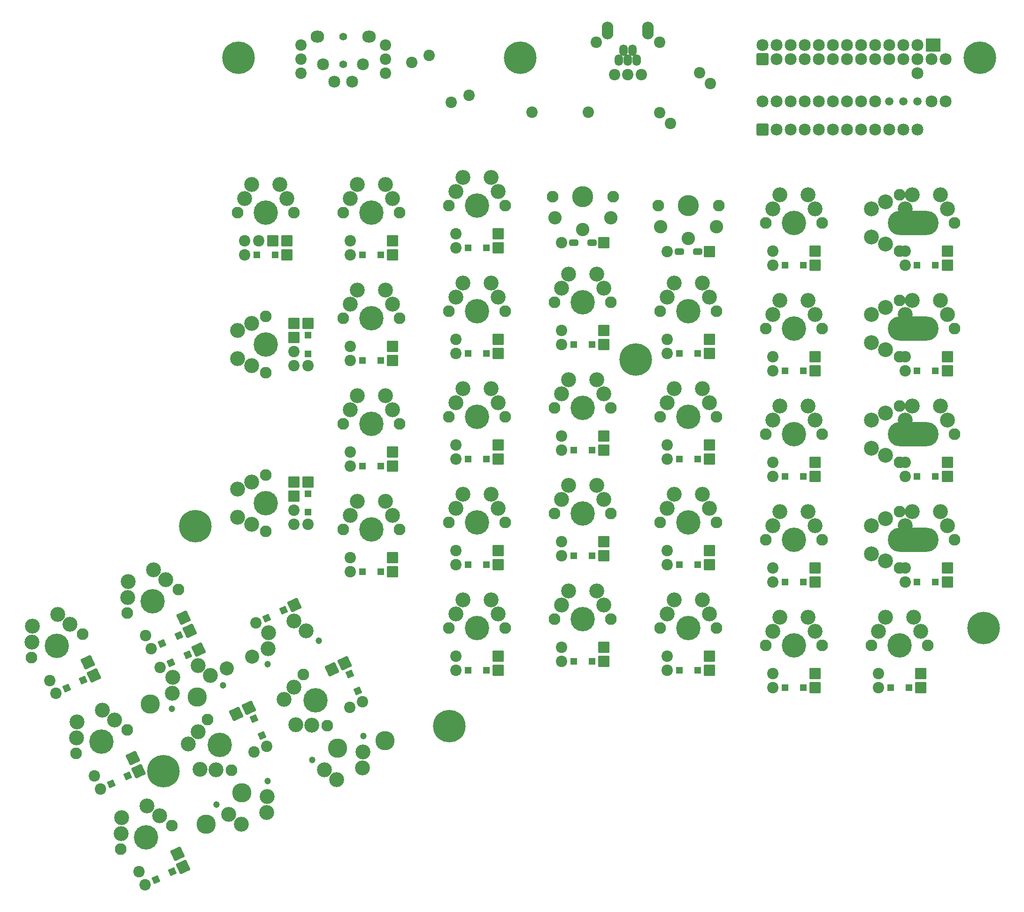
<source format=gbs>
%TF.GenerationSoftware,KiCad,Pcbnew,(6.0.5)*%
%TF.CreationDate,2022-05-21T18:25:29-06:00*%
%TF.ProjectId,ErgoDOX,4572676f-444f-4582-9e6b-696361645f70,rev?*%
%TF.SameCoordinates,Original*%
%TF.FileFunction,Soldermask,Bot*%
%TF.FilePolarity,Negative*%
%FSLAX46Y46*%
G04 Gerber Fmt 4.6, Leading zero omitted, Abs format (unit mm)*
G04 Created by KiCad (PCBNEW (6.0.5)) date 2022-05-21 18:25:29*
%MOMM*%
%LPD*%
G01*
G04 APERTURE LIST*
G04 Aperture macros list*
%AMRoundRect*
0 Rectangle with rounded corners*
0 $1 Rounding radius*
0 $2 $3 $4 $5 $6 $7 $8 $9 X,Y pos of 4 corners*
0 Add a 4 corners polygon primitive as box body*
4,1,4,$2,$3,$4,$5,$6,$7,$8,$9,$2,$3,0*
0 Add four circle primitives for the rounded corners*
1,1,$1+$1,$2,$3*
1,1,$1+$1,$4,$5*
1,1,$1+$1,$6,$7*
1,1,$1+$1,$8,$9*
0 Add four rect primitives between the rounded corners*
20,1,$1+$1,$2,$3,$4,$5,0*
20,1,$1+$1,$4,$5,$6,$7,0*
20,1,$1+$1,$6,$7,$8,$9,0*
20,1,$1+$1,$8,$9,$2,$3,0*%
G04 Aperture macros list end*
%ADD10C,3.806400*%
%ADD11C,2.106400*%
%ADD12C,2.406400*%
%ADD13C,2.057400*%
%ADD14RoundRect,0.254300X-0.553900X-0.313900X0.553900X-0.313900X0.553900X0.313900X-0.553900X0.313900X0*%
%ADD15RoundRect,0.203200X-0.825500X-0.825500X0.825500X-0.825500X0.825500X0.825500X-0.825500X0.825500X0*%
%ADD16C,2.108200*%
%ADD17C,4.394200*%
%ADD18C,2.692400*%
%ADD19RoundRect,0.203200X-0.419100X-0.419100X0.419100X-0.419100X0.419100X0.419100X-0.419100X0.419100X0*%
%ADD20C,2.687320*%
%ADD21C,2.689860*%
%ADD22O,9.156700X4.394200*%
%ADD23RoundRect,0.203200X0.825500X-0.825500X0.825500X0.825500X-0.825500X0.825500X-0.825500X-0.825500X0*%
%ADD24RoundRect,0.203200X0.419100X-0.419100X0.419100X0.419100X-0.419100X0.419100X-0.419100X-0.419100X0*%
%ADD25RoundRect,0.203200X1.097028X-0.399286X0.399286X1.097028X-1.097028X0.399286X-0.399286X-1.097028X0*%
%ADD26RoundRect,0.203200X0.556953X-0.202714X0.202714X0.556953X-0.556953X0.202714X-0.202714X-0.556953X0*%
%ADD27RoundRect,0.203200X-0.399286X-1.097028X1.097028X-0.399286X0.399286X1.097028X-1.097028X0.399286X0*%
%ADD28RoundRect,0.203200X-0.202714X-0.556953X0.556953X-0.202714X0.202714X0.556953X-0.556953X0.202714X0*%
%ADD29C,1.397000*%
%ADD30O,2.463800X2.159000*%
%ADD31C,2.159000*%
%ADD32O,1.549400X2.057400*%
%ADD33O,2.108200X3.200400*%
%ADD34C,1.193800*%
%ADD35C,3.479800*%
%ADD36C,5.867400*%
%ADD37RoundRect,0.203200X-0.876300X-0.876300X0.876300X-0.876300X0.876300X0.876300X-0.876300X0.876300X0*%
%ADD38C,2.540000*%
%ADD39C,1.498600*%
%ADD40RoundRect,0.203200X-0.508000X1.016000X-0.508000X-1.016000X0.508000X-1.016000X0.508000X1.016000X0*%
G04 APERTURE END LIST*
D10*
%TO.C,SW5:10*%
X129540000Y-62230000D03*
D11*
X124040000Y-62230000D03*
X135040000Y-62230000D03*
D12*
X134540000Y-66030000D03*
X124540000Y-66030000D03*
X129540000Y-68130000D03*
D13*
X125730000Y-70561200D03*
D14*
X127860000Y-70524000D03*
X127860000Y-70524000D03*
D15*
X133350000Y-70561200D03*
D14*
X131220000Y-70524000D03*
X131220000Y-70524000D03*
%TD*%
D10*
%TO.C,SW5:11*%
X148590000Y-63827660D03*
D11*
X143090000Y-63827660D03*
X154090000Y-63827660D03*
D12*
X153590000Y-67627660D03*
X143590000Y-67627660D03*
X148590000Y-69727660D03*
D13*
X144780000Y-72158860D03*
D14*
X146910000Y-72121660D03*
X146910000Y-72121660D03*
D15*
X152400000Y-72158860D03*
D14*
X150270000Y-72121660D03*
X150270000Y-72121660D03*
%TD*%
D16*
%TO.C,SW1:13*%
X191770000Y-143202660D03*
X181610000Y-143202660D03*
D17*
X186690000Y-143202660D03*
D18*
X190500000Y-140662660D03*
X189230000Y-138122660D03*
X184150000Y-138122660D03*
X182880000Y-140662660D03*
D13*
X182880000Y-148282660D03*
X182880000Y-150822660D03*
D15*
X190500000Y-148282660D03*
X190500000Y-150822660D03*
D19*
X188353700Y-150822660D03*
X185026300Y-150822660D03*
%TD*%
D16*
%TO.C,SW1:10*%
X134620000Y-138430000D03*
D17*
X129540000Y-138430000D03*
D16*
X124460000Y-138430000D03*
D18*
X133350000Y-135890000D03*
X132080000Y-133350000D03*
X127000000Y-133350000D03*
X125730000Y-135890000D03*
D13*
X125730000Y-146050000D03*
X125730000Y-143510000D03*
D15*
X133350000Y-146050000D03*
X133350000Y-143510000D03*
D19*
X127876300Y-146050000D03*
X131203700Y-146050000D03*
%TD*%
D17*
%TO.C,SW1:9*%
X110490000Y-140027660D03*
D16*
X115570000Y-140027660D03*
X105410000Y-140027660D03*
D18*
X114300000Y-137487660D03*
X113030000Y-134947660D03*
X107950000Y-134947660D03*
X106680000Y-137487660D03*
D13*
X106680000Y-145107660D03*
X106680000Y-147647660D03*
D15*
X114300000Y-147647660D03*
X114300000Y-145107660D03*
D19*
X112153700Y-147647660D03*
X108826300Y-147647660D03*
%TD*%
D16*
%TO.C,SW2:13*%
X196532500Y-124152660D03*
D18*
X193992500Y-119072660D03*
D20*
X184150000Y-120342660D03*
X181610000Y-121612660D03*
D21*
X195262500Y-121612660D03*
D20*
X181610000Y-126692660D03*
D18*
X187642500Y-121612660D03*
D22*
X189069980Y-124152660D03*
D16*
X186690000Y-119072660D03*
D20*
X184150000Y-127962660D03*
D18*
X188912500Y-119072660D03*
D16*
X186690000Y-129232660D03*
D13*
X187642500Y-129232660D03*
X187642500Y-131772660D03*
D15*
X195262500Y-131772660D03*
X195262500Y-129232660D03*
D19*
X193116200Y-131772660D03*
X189788800Y-131772660D03*
%TD*%
D17*
%TO.C,SW2:10*%
X129540000Y-119380000D03*
D16*
X124460000Y-119380000D03*
X134620000Y-119380000D03*
D18*
X133350000Y-116840000D03*
X132080000Y-114300000D03*
X125730000Y-116840000D03*
X127000000Y-114300000D03*
D13*
X125730000Y-124460000D03*
X125730000Y-127000000D03*
D15*
X133350000Y-127000000D03*
X133350000Y-124460000D03*
D19*
X131203700Y-127000000D03*
X127876300Y-127000000D03*
%TD*%
D17*
%TO.C,SW2:9*%
X110490000Y-120977660D03*
D16*
X115570000Y-120977660D03*
X105410000Y-120977660D03*
D18*
X113030000Y-115897660D03*
X114300000Y-118437660D03*
X107950000Y-115897660D03*
X106680000Y-118437660D03*
D13*
X106680000Y-128597660D03*
X106680000Y-126057660D03*
D15*
X114300000Y-128597660D03*
X114300000Y-126057660D03*
D19*
X112153700Y-128597660D03*
X108826300Y-128597660D03*
%TD*%
D17*
%TO.C,SW2:7*%
X72390000Y-117485160D03*
D16*
X72390000Y-112405160D03*
X72390000Y-122565160D03*
D18*
X69850000Y-113675160D03*
X67310000Y-114945160D03*
X67310000Y-120025160D03*
X69850000Y-121295160D03*
D13*
X77470000Y-121295160D03*
X80010000Y-121295160D03*
D23*
X80010000Y-113675160D03*
X77470000Y-113675160D03*
D24*
X80010000Y-115821460D03*
X80010000Y-119148860D03*
%TD*%
D16*
%TO.C,SW3:13*%
X196532500Y-105102660D03*
D20*
X184150000Y-101292660D03*
X181610000Y-102562660D03*
D21*
X195262500Y-102562660D03*
D18*
X193992500Y-100022660D03*
D16*
X186690000Y-100022660D03*
D18*
X188912500Y-100022660D03*
D20*
X184150000Y-108912660D03*
X181610000Y-107642660D03*
D18*
X187642500Y-102562660D03*
D22*
X189069980Y-105102660D03*
D13*
X187642500Y-112722660D03*
X187642500Y-110182660D03*
D16*
X186690000Y-110182660D03*
D15*
X195262500Y-112722660D03*
X195262500Y-110182660D03*
D19*
X189788800Y-112722660D03*
X193116200Y-112722660D03*
%TD*%
D16*
%TO.C,SW3:11*%
X143510000Y-101927660D03*
D17*
X148590000Y-101927660D03*
D16*
X153670000Y-101927660D03*
D18*
X151130000Y-96847660D03*
X152400000Y-99387660D03*
X146050000Y-96847660D03*
X144780000Y-99387660D03*
D13*
X144780000Y-107007660D03*
X144780000Y-109547660D03*
D15*
X152400000Y-107007660D03*
X152400000Y-109547660D03*
D19*
X146926300Y-109547660D03*
X150253700Y-109547660D03*
%TD*%
D16*
%TO.C,SW3:10*%
X134620000Y-100330000D03*
D17*
X129540000Y-100330000D03*
D16*
X124460000Y-100330000D03*
D18*
X133350000Y-97790000D03*
X132080000Y-95250000D03*
X127000000Y-95250000D03*
X125730000Y-97790000D03*
D13*
X125730000Y-105410000D03*
X125730000Y-107950000D03*
D15*
X133350000Y-107950000D03*
X133350000Y-105410000D03*
D19*
X127876300Y-107950000D03*
X131203700Y-107950000D03*
%TD*%
D16*
%TO.C,SW3:9*%
X105410000Y-101927660D03*
D17*
X110490000Y-101927660D03*
D16*
X115570000Y-101927660D03*
D18*
X113030000Y-96847660D03*
X114300000Y-99387660D03*
X107950000Y-96847660D03*
X106680000Y-99387660D03*
D13*
X106680000Y-107007660D03*
X106680000Y-109547660D03*
D15*
X114300000Y-109547660D03*
X114300000Y-107007660D03*
D19*
X108826300Y-109547660D03*
X112153700Y-109547660D03*
%TD*%
D17*
%TO.C,SW3:8*%
X91440000Y-103197660D03*
D16*
X96520000Y-103197660D03*
X86360000Y-103197660D03*
D18*
X93980000Y-98117660D03*
X95250000Y-100657660D03*
X88900000Y-98117660D03*
X87630000Y-100657660D03*
D13*
X87630000Y-110817660D03*
X87630000Y-108277660D03*
D15*
X95250000Y-108277660D03*
X95250000Y-110817660D03*
D19*
X93103700Y-110817660D03*
X89776300Y-110817660D03*
%TD*%
D16*
%TO.C,SW4:13*%
X196532500Y-86052660D03*
D20*
X181610000Y-83512660D03*
D18*
X193992500Y-80972660D03*
D20*
X184150000Y-82242660D03*
D21*
X195262500Y-83512660D03*
D20*
X184150000Y-89862660D03*
D22*
X189069980Y-86052660D03*
D20*
X181610000Y-88592660D03*
D18*
X188912500Y-80972660D03*
X187642500Y-83512660D03*
D16*
X186690000Y-80972660D03*
X186690000Y-91132660D03*
D13*
X187642500Y-93672660D03*
X187642500Y-91132660D03*
D15*
X195262500Y-91132660D03*
X195262500Y-93672660D03*
D19*
X189788800Y-93672660D03*
X193116200Y-93672660D03*
%TD*%
D16*
%TO.C,SW4:12*%
X172720000Y-86052660D03*
D17*
X167640000Y-86052660D03*
D16*
X162560000Y-86052660D03*
D18*
X171450000Y-83512660D03*
X170180000Y-80972660D03*
X165100000Y-80972660D03*
X163830000Y-83512660D03*
D13*
X163830000Y-93672660D03*
X163830000Y-91132660D03*
D15*
X171450000Y-93672660D03*
X171450000Y-91132660D03*
D19*
X165976300Y-93672660D03*
X169303700Y-93672660D03*
%TD*%
D16*
%TO.C,SW4:11*%
X143510000Y-82877660D03*
D17*
X148590000Y-82877660D03*
D16*
X153670000Y-82877660D03*
D18*
X151130000Y-77797660D03*
X152400000Y-80337660D03*
X146050000Y-77797660D03*
X144780000Y-80337660D03*
D13*
X144780000Y-90497660D03*
X144780000Y-87957660D03*
D15*
X152400000Y-87957660D03*
X152400000Y-90497660D03*
D19*
X150253700Y-90497660D03*
X146926300Y-90497660D03*
%TD*%
D16*
%TO.C,SW4:10*%
X134620000Y-81280000D03*
D17*
X129540000Y-81280000D03*
D16*
X124460000Y-81280000D03*
D18*
X133350000Y-78740000D03*
X132080000Y-76200000D03*
X125730000Y-78740000D03*
X127000000Y-76200000D03*
D13*
X125730000Y-86360000D03*
X125730000Y-88900000D03*
D15*
X133350000Y-88900000D03*
X133350000Y-86360000D03*
D19*
X127876300Y-88900000D03*
X131203700Y-88900000D03*
%TD*%
D16*
%TO.C,SW4:9*%
X105410000Y-82877660D03*
X115570000Y-82877660D03*
D17*
X110490000Y-82877660D03*
D18*
X113030000Y-77797660D03*
X114300000Y-80337660D03*
X106680000Y-80337660D03*
X107950000Y-77797660D03*
D13*
X106680000Y-90497660D03*
X106680000Y-87957660D03*
D15*
X114300000Y-87957660D03*
X114300000Y-90497660D03*
D19*
X108826300Y-90497660D03*
X112153700Y-90497660D03*
%TD*%
D17*
%TO.C,SW4:8*%
X91440000Y-84147660D03*
D16*
X86360000Y-84147660D03*
X96520000Y-84147660D03*
D18*
X95250000Y-81607660D03*
X93980000Y-79067660D03*
X88900000Y-79067660D03*
X87630000Y-81607660D03*
D13*
X87630000Y-91767660D03*
X87630000Y-89227660D03*
D15*
X95250000Y-91767660D03*
X95250000Y-89227660D03*
D19*
X93103700Y-91767660D03*
X89776300Y-91767660D03*
%TD*%
D16*
%TO.C,SW4:7*%
X72390000Y-93990160D03*
D17*
X72390000Y-88910160D03*
D16*
X72390000Y-83830160D03*
D18*
X69850000Y-85100160D03*
X67310000Y-86370160D03*
X69850000Y-92720160D03*
X67310000Y-91450160D03*
D13*
X77470000Y-92720160D03*
X80010000Y-92720160D03*
D23*
X80010000Y-85100160D03*
X77470000Y-85100160D03*
D24*
X80010000Y-90573860D03*
X80010000Y-87246460D03*
%TD*%
D16*
%TO.C,SW0:10*%
X79155959Y-148461436D03*
D17*
X81302860Y-153065480D03*
D16*
X83449761Y-157669524D03*
D18*
X75625366Y-152910359D03*
X77390663Y-150685898D03*
X77772267Y-157514403D03*
X80611014Y-157591963D03*
D13*
X87517079Y-154371612D03*
X89819101Y-153298162D03*
D25*
X86598750Y-146392096D03*
X84296728Y-147465547D03*
D26*
X87505815Y-148337305D03*
X88912035Y-151352953D03*
%TD*%
D17*
%TO.C,SW0:12*%
X50800000Y-177800000D03*
D16*
X46195956Y-179946901D03*
X55404044Y-175653099D03*
D18*
X53179582Y-173887803D03*
X50955121Y-172122506D03*
X46351077Y-174269407D03*
X46273517Y-177108154D03*
D13*
X50567318Y-186316241D03*
X49493868Y-184014219D03*
D27*
X57473384Y-183095890D03*
X56399933Y-180793868D03*
D28*
X55528175Y-184002955D03*
X52512527Y-185409175D03*
%TD*%
D16*
%TO.C,SW0:11*%
X61891579Y-156513236D03*
X66185381Y-165721324D03*
D17*
X64038480Y-161117280D03*
D18*
X60126283Y-158737698D03*
X58360986Y-160962159D03*
X60507887Y-165566203D03*
X63346634Y-165643763D03*
D13*
X70252699Y-162423412D03*
X72554721Y-161349962D03*
D25*
X67032348Y-155517347D03*
X69334370Y-154443896D03*
D26*
X71647655Y-159404753D03*
X70241435Y-156389105D03*
%TD*%
D17*
%TO.C,SW0:9*%
X42748200Y-160533080D03*
D16*
X38144156Y-162679981D03*
X47352244Y-158386179D03*
D18*
X42903321Y-154855586D03*
X45127782Y-156620883D03*
X38221717Y-159841234D03*
X38299277Y-157002487D03*
D13*
X41442068Y-166747299D03*
X42515518Y-169049321D03*
D27*
X48348133Y-163526948D03*
X49421584Y-165828970D03*
D28*
X47476375Y-166736035D03*
X44460727Y-168142255D03*
%TD*%
D17*
%TO.C,SW0:7*%
X34698940Y-143268700D03*
D16*
X39302984Y-141121799D03*
X30094896Y-145415601D03*
D18*
X34854061Y-137591206D03*
X37078522Y-139356503D03*
X30172457Y-142576854D03*
X30250017Y-139738107D03*
D13*
X34466258Y-151784941D03*
X33392808Y-149482919D03*
D27*
X41372324Y-148564590D03*
X40298873Y-146262568D03*
D28*
X36411467Y-150877875D03*
X39427115Y-149471655D03*
%TD*%
D17*
%TO.C,SW1:11*%
X148590000Y-140027660D03*
D16*
X153670000Y-140027660D03*
X143510000Y-140027660D03*
D18*
X152400000Y-137487660D03*
X151130000Y-134947660D03*
X146050000Y-134947660D03*
X144780000Y-137487660D03*
D13*
X144780000Y-145107660D03*
X144780000Y-147647660D03*
D15*
X152400000Y-145107660D03*
X152400000Y-147647660D03*
D19*
X146926300Y-147647660D03*
X150253700Y-147647660D03*
%TD*%
D16*
%TO.C,SW0:8*%
X47359276Y-137366341D03*
X56567364Y-133072539D03*
D17*
X51963320Y-135219440D03*
D18*
X52118441Y-129541946D03*
X54342902Y-131307243D03*
X47514397Y-131688847D03*
X47436837Y-134527594D03*
D13*
X50657188Y-141433659D03*
X51730638Y-143735681D03*
D27*
X58636704Y-140515330D03*
X57563253Y-138213308D03*
D28*
X53675847Y-142828615D03*
X56691495Y-141422395D03*
%TD*%
D13*
%TO.C,LED_C1*%
X77470000Y-118755160D03*
D23*
X77470000Y-116215160D03*
%TD*%
D13*
%TO.C,LED_B1*%
X77470000Y-90180160D03*
D23*
X77470000Y-87640160D03*
%TD*%
D13*
%TO.C,LED_A1*%
X71120000Y-70180200D03*
D15*
X73660000Y-70180200D03*
%TD*%
D13*
%TO.C,RC1*%
X130492500Y-46990000D03*
X120332500Y-46990000D03*
%TD*%
%TO.C,RA1*%
X152499602Y-41810398D03*
X145315398Y-48994602D03*
%TD*%
%TO.C,RB1*%
X150594602Y-39905398D03*
X143410398Y-47089602D03*
%TD*%
%TO.C,R1*%
X101817898Y-36730398D03*
X109002102Y-43914602D03*
%TD*%
D29*
%TO.C,J2*%
X86309200Y-33375600D03*
X86309200Y-38379400D03*
D30*
X90957400Y-33375600D03*
D31*
X82702400Y-38379400D03*
X87909400Y-41478200D03*
D30*
X81661000Y-33375600D03*
D31*
X84709000Y-41478200D03*
X89916000Y-38379400D03*
%TD*%
D13*
%TO.C,J4*%
X78740000Y-40005000D03*
X78740000Y-37465000D03*
X78740000Y-34925000D03*
%TD*%
%TO.C,R2*%
X98642898Y-38000398D03*
X105827102Y-45184602D03*
%TD*%
%TO.C,J1*%
X140055600Y-40259000D03*
D32*
X139242800Y-37553900D03*
X138442700Y-35806380D03*
D13*
X143357600Y-34417000D03*
D32*
X137642600Y-37553900D03*
D13*
X137642600Y-40259000D03*
X131927600Y-34417000D03*
D32*
X136842500Y-35806380D03*
X136042400Y-37553900D03*
D13*
X135229600Y-40259000D03*
D33*
X141290040Y-32230060D03*
X133995160Y-32230060D03*
%TD*%
D16*
%TO.C,SW5:13*%
X196532500Y-67005200D03*
D20*
X181610000Y-64465200D03*
D21*
X195262500Y-64465200D03*
D20*
X184150000Y-63195200D03*
D18*
X193992500Y-61925200D03*
X188912500Y-61925200D03*
D22*
X189069980Y-67005200D03*
D16*
X186690000Y-61925200D03*
D20*
X184150000Y-70815200D03*
X181610000Y-69545200D03*
D18*
X187642500Y-64465200D03*
D13*
X187642500Y-74625200D03*
D16*
X186690000Y-72085200D03*
D13*
X187642500Y-72085200D03*
D15*
X195262500Y-72085200D03*
X195262500Y-74625200D03*
D19*
X193116200Y-74625200D03*
X189788800Y-74625200D03*
%TD*%
D17*
%TO.C,SW5:9*%
X110490000Y-63827660D03*
D16*
X115570000Y-63827660D03*
X105410000Y-63827660D03*
D18*
X113030000Y-58747660D03*
X114300000Y-61287660D03*
X106680000Y-61287660D03*
X107950000Y-58747660D03*
D13*
X106680000Y-68907660D03*
X106680000Y-71447660D03*
D15*
X114300000Y-71447660D03*
X114300000Y-68907660D03*
D19*
X112153700Y-71447660D03*
X108826300Y-71447660D03*
%TD*%
D16*
%TO.C,SW5:12*%
X172720000Y-67005200D03*
X162560000Y-67005200D03*
D17*
X167640000Y-67005200D03*
D18*
X171450000Y-64465200D03*
X170180000Y-61925200D03*
X163830000Y-64465200D03*
X165100000Y-61925200D03*
D13*
X163830000Y-74625200D03*
X163830000Y-72085200D03*
D15*
X171450000Y-74625200D03*
X171450000Y-72085200D03*
D19*
X169303700Y-74625200D03*
X165976300Y-74625200D03*
%TD*%
D16*
%TO.C,SW5:8*%
X86360000Y-65100200D03*
D17*
X91440000Y-65100200D03*
D16*
X96520000Y-65100200D03*
D18*
X93980000Y-60020200D03*
X95250000Y-62560200D03*
X87630000Y-62560200D03*
X88900000Y-60020200D03*
D13*
X87630000Y-70180200D03*
X87630000Y-72720200D03*
D15*
X95250000Y-72720200D03*
X95250000Y-70180200D03*
D19*
X89776300Y-72720200D03*
X93103700Y-72720200D03*
%TD*%
D17*
%TO.C,SW5:7*%
X72390000Y-65100200D03*
D16*
X67310000Y-65100200D03*
X77470000Y-65100200D03*
D18*
X76200000Y-62560200D03*
X74930000Y-60020200D03*
X69850000Y-60020200D03*
X68580000Y-62560200D03*
D13*
X68580000Y-70180200D03*
X68580000Y-72720200D03*
D15*
X76200000Y-72720200D03*
X76200000Y-70180200D03*
D19*
X74053700Y-72720200D03*
X70726300Y-72720200D03*
%TD*%
D16*
%TO.C,SW2:11*%
X153670000Y-120977660D03*
D17*
X148590000Y-120977660D03*
D16*
X143510000Y-120977660D03*
D18*
X151130000Y-115897660D03*
X152400000Y-118437660D03*
X146050000Y-115897660D03*
X144780000Y-118437660D03*
D13*
X144780000Y-128597660D03*
X144780000Y-126057660D03*
D15*
X152400000Y-128597660D03*
X152400000Y-126057660D03*
D19*
X150253700Y-128597660D03*
X146926300Y-128597660D03*
%TD*%
D16*
%TO.C,SW2:8*%
X86360000Y-122247660D03*
D17*
X91440000Y-122247660D03*
D16*
X96520000Y-122247660D03*
D18*
X95250000Y-119707660D03*
X93980000Y-117167660D03*
X88900000Y-117167660D03*
X87630000Y-119707660D03*
D13*
X87630000Y-127327660D03*
X87630000Y-129867660D03*
D15*
X95250000Y-127327660D03*
X95250000Y-129867660D03*
D19*
X93103700Y-129867660D03*
X89776300Y-129867660D03*
%TD*%
D16*
%TO.C,SW3:12*%
X172720000Y-105102660D03*
D17*
X167640000Y-105102660D03*
D16*
X162560000Y-105102660D03*
D18*
X171450000Y-102562660D03*
X170180000Y-100022660D03*
X163830000Y-102562660D03*
X165100000Y-100022660D03*
D13*
X163830000Y-110182660D03*
X163830000Y-112722660D03*
D15*
X171450000Y-110182660D03*
X171450000Y-112722660D03*
D19*
X165976300Y-112722660D03*
X169303700Y-112722660D03*
%TD*%
D16*
%TO.C,SW2:12*%
X172720000Y-124152660D03*
X162560000Y-124152660D03*
D17*
X167640000Y-124152660D03*
D18*
X170180000Y-119072660D03*
X171450000Y-121612660D03*
X165100000Y-119072660D03*
X163830000Y-121612660D03*
D13*
X163830000Y-131772660D03*
X163830000Y-129232660D03*
D15*
X171450000Y-131772660D03*
X171450000Y-129232660D03*
D19*
X169303700Y-131772660D03*
X165976300Y-131772660D03*
%TD*%
D16*
%TO.C,SW1:12*%
X162560000Y-143202660D03*
D17*
X167640000Y-143202660D03*
D16*
X172720000Y-143202660D03*
D18*
X170180000Y-138122660D03*
X171450000Y-140662660D03*
X165100000Y-138122660D03*
X163830000Y-140662660D03*
D13*
X163830000Y-148282660D03*
X163830000Y-150822660D03*
D15*
X171450000Y-150822660D03*
X171450000Y-148282660D03*
D19*
X165976300Y-150822660D03*
X169303700Y-150822660D03*
%TD*%
D34*
%TO.C,SX1:8*%
X81883544Y-142285119D03*
X72675456Y-146578921D03*
D18*
X77434621Y-138754526D03*
X79659082Y-140519823D03*
X72830577Y-140901427D03*
X72753017Y-143740174D03*
%TD*%
D34*
%TO.C,SX1:7*%
X64619164Y-150336919D03*
D35*
X60015120Y-152483820D03*
D34*
X55411076Y-154630721D03*
D18*
X62394702Y-148571623D03*
X60170241Y-146806326D03*
X55488637Y-151791974D03*
X55566197Y-148953227D03*
%TD*%
D34*
%TO.C,SX0:10*%
X89935344Y-159552039D03*
X80727256Y-163845841D03*
D35*
X85331300Y-161698940D03*
D18*
X82951718Y-165611137D03*
X85176179Y-167376434D03*
X89857783Y-162390786D03*
X89780223Y-165229533D03*
%TD*%
D34*
%TO.C,SX0:11*%
X72668424Y-167601299D03*
D35*
X68064380Y-169748200D03*
D34*
X63460336Y-171895101D03*
D18*
X65684798Y-173660397D03*
X67909259Y-175425694D03*
X72513303Y-173278793D03*
X72590863Y-170440046D03*
%TD*%
D13*
%TO.C,D1:8*%
X70605747Y-139135936D03*
D27*
X77511813Y-135915584D03*
D28*
X75566604Y-136822650D03*
X72550956Y-138228870D03*
%TD*%
D36*
%TO.C,H99*%
X67411600Y-37134800D03*
X53898800Y-165836600D03*
X201777600Y-140055600D03*
X201142600Y-37134800D03*
X118211600Y-37134800D03*
X105435400Y-157759400D03*
X139039600Y-91592400D03*
X59664600Y-121666000D03*
%TD*%
D13*
%TO.C,D1:7*%
X53341367Y-147187736D03*
D27*
X60247433Y-143967384D03*
D28*
X55286576Y-146280670D03*
X58302224Y-144874450D03*
%TD*%
D37*
%TO.C,U1*%
X161925000Y-50165000D03*
D31*
X164465000Y-50165000D03*
X167005000Y-50165000D03*
X169545000Y-50165000D03*
X172085000Y-50165000D03*
X174625000Y-50165000D03*
X177165000Y-50165000D03*
X179705000Y-50165000D03*
X182245000Y-50165000D03*
X184785000Y-50165000D03*
X187325000Y-50165000D03*
X189865000Y-50165000D03*
X189865000Y-40005000D03*
X189865000Y-34925000D03*
X187325000Y-34925000D03*
X184785000Y-34925000D03*
X182245000Y-34925000D03*
X179705000Y-34925000D03*
X177165000Y-34925000D03*
X174625000Y-34925000D03*
X172085000Y-34925000D03*
X169545000Y-34925000D03*
X167005000Y-34925000D03*
X164465000Y-34925000D03*
X161925000Y-34925000D03*
%TD*%
D35*
%TO.C,S1*%
X51511692Y-153786490D03*
X61602126Y-175425496D03*
D38*
X65323823Y-147345789D03*
%TD*%
%TO.C,S2*%
X69927083Y-145197966D03*
D35*
X93829648Y-160396270D03*
%TD*%
D39*
%TO.C,U2*%
X189865000Y-45085000D03*
X187325000Y-45085000D03*
X184785000Y-45085000D03*
D37*
X161925000Y-37465000D03*
D31*
X164465000Y-37465000D03*
X167005000Y-37465000D03*
X169545000Y-37465000D03*
X172085000Y-37465000D03*
X174625000Y-37465000D03*
X177165000Y-37465000D03*
X179705000Y-37465000D03*
X182245000Y-37465000D03*
X184785000Y-37465000D03*
X187325000Y-37465000D03*
X189865000Y-37465000D03*
X192405000Y-37465000D03*
X194945000Y-37465000D03*
X194945000Y-45085000D03*
X192405000Y-45085000D03*
X182245000Y-45085000D03*
X179705000Y-45085000D03*
X177165000Y-45085000D03*
X174625000Y-45085000D03*
X172085000Y-45085000D03*
X169545000Y-45085000D03*
X167005000Y-45085000D03*
X164465000Y-45085000D03*
X161925000Y-45085000D03*
%TD*%
D13*
%TO.C,J3*%
X93980000Y-40005000D03*
X93980000Y-37465000D03*
X93980000Y-34925000D03*
%TD*%
D40*
%TO.C,JP2*%
X192087500Y-34925000D03*
X193357500Y-34925000D03*
%TD*%
M02*

</source>
